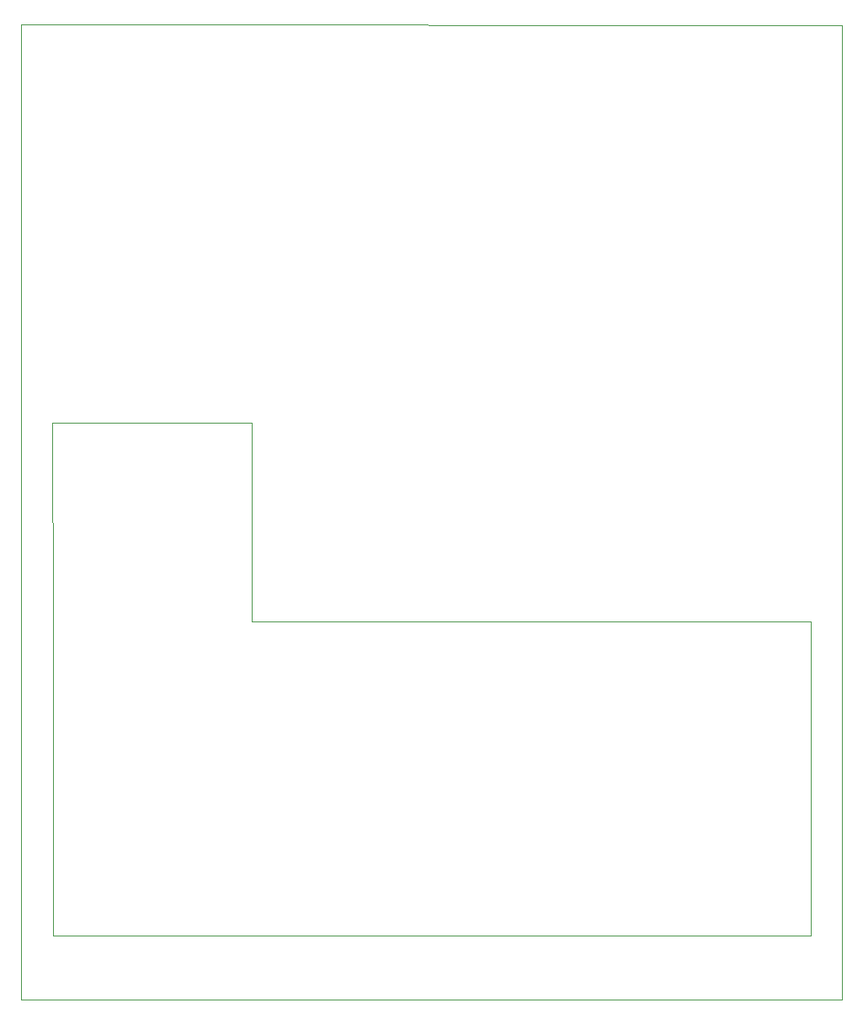
<source format=gbr>
G04 #@! TF.GenerationSoftware,KiCad,Pcbnew,(5.1.2)-2*
G04 #@! TF.CreationDate,2021-08-28T01:13:10-04:00*
G04 #@! TF.ProjectId,MAG_Plus,4d41475f-506c-4757-932e-6b696361645f,rev?*
G04 #@! TF.SameCoordinates,Original*
G04 #@! TF.FileFunction,Profile,NP*
%FSLAX46Y46*%
G04 Gerber Fmt 4.6, Leading zero omitted, Abs format (unit mm)*
G04 Created by KiCad (PCBNEW (5.1.2)-2) date 2021-08-28 01:13:10*
%MOMM*%
%LPD*%
G04 APERTURE LIST*
%ADD10C,0.050000*%
G04 APERTURE END LIST*
D10*
X39090000Y-308130000D02*
X39080000Y-288130000D01*
X59080000Y-308130000D02*
X115290000Y-308130000D01*
X39080000Y-288130000D02*
X59080000Y-288130000D01*
X59080000Y-288130000D02*
X59080000Y-308130000D01*
X115290000Y-339730000D02*
X115290000Y-334130000D01*
X104690000Y-339730000D02*
X115290000Y-339730000D01*
X39090000Y-339730000D02*
X49690000Y-339730000D01*
X39090000Y-334130000D02*
X39090000Y-339730000D01*
X35890000Y-248130000D02*
X35890000Y-346130000D01*
X118490000Y-248230000D02*
X35890000Y-248130000D01*
X118490000Y-346130000D02*
X118490000Y-248230000D01*
X35890000Y-346130000D02*
X118490000Y-346130000D01*
X104690000Y-339730000D02*
X49690000Y-339730000D01*
X115290000Y-308130000D02*
X115290000Y-334130000D01*
X39090000Y-334130000D02*
X39090000Y-308130000D01*
M02*

</source>
